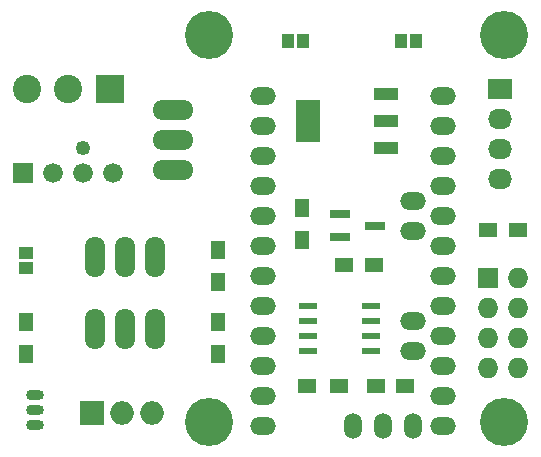
<source format=gts>
G04 #@! TF.FileFunction,Soldermask,Top*
%FSLAX46Y46*%
G04 Gerber Fmt 4.6, Leading zero omitted, Abs format (unit mm)*
G04 Created by KiCad (PCBNEW 4.0.2-stable) date Samedi 23 avril 2016 19:09:36*
%MOMM*%
G01*
G04 APERTURE LIST*
%ADD10C,0.100000*%
%ADD11O,2.199640X1.501140*%
%ADD12O,1.501140X2.199640*%
%ADD13C,4.064000*%
%ADD14O,1.699260X3.500120*%
%ADD15O,3.500120X1.699260*%
%ADD16O,1.501140X0.899160*%
%ADD17R,1.500000X1.250000*%
%ADD18R,1.300000X1.500000*%
%ADD19R,1.500000X1.300000*%
%ADD20R,1.270000X1.016000*%
%ADD21R,1.016000X1.270000*%
%ADD22R,1.800860X0.800100*%
%ADD23R,1.550000X0.600000*%
%ADD24O,1.727200X1.727200*%
%ADD25R,1.727200X1.727200*%
%ADD26R,2.032000X3.657600*%
%ADD27R,2.032000X1.016000*%
%ADD28R,2.032000X1.727200*%
%ADD29O,2.032000X1.727200*%
%ADD30R,1.676400X1.676400*%
%ADD31C,1.676400*%
%ADD32C,1.250000*%
%ADD33O,1.998980X1.998980*%
%ADD34R,1.998980X1.998980*%
%ADD35C,2.400000*%
%ADD36R,2.400000X2.400000*%
G04 APERTURE END LIST*
D10*
D11*
X156202000Y-61536000D03*
X156202000Y-64076000D03*
X143502000Y-42486000D03*
X143502000Y-45026000D03*
X143502000Y-47566000D03*
X143502000Y-50106000D03*
X143502000Y-52646000D03*
X143502000Y-55186000D03*
X143502000Y-57726000D03*
X143502000Y-60266000D03*
X143502000Y-62806000D03*
X143502000Y-65346000D03*
X143502000Y-67886000D03*
X143502000Y-70426000D03*
X158742000Y-70426000D03*
X158742000Y-67886000D03*
X158742000Y-65346000D03*
X158742000Y-62806000D03*
X158742000Y-60266000D03*
X158742000Y-57726000D03*
X158742000Y-55186000D03*
X158742000Y-52646000D03*
X158742000Y-50106000D03*
X158742000Y-47566000D03*
X158742000Y-45026000D03*
X158742000Y-42486000D03*
X156202000Y-53916000D03*
X156202000Y-51376000D03*
D12*
X156202000Y-70426000D03*
X153662000Y-70426000D03*
X151122000Y-70426000D03*
D13*
X163938000Y-37338000D03*
X138938000Y-37338000D03*
D14*
X131826000Y-56134000D03*
X134366000Y-56134000D03*
X129286000Y-56134000D03*
X131826000Y-62230000D03*
X134366000Y-62230000D03*
X129286000Y-62230000D03*
D15*
X135890000Y-46228000D03*
X135890000Y-43688000D03*
X135890000Y-48768000D03*
D16*
X124206000Y-69088000D03*
X124206000Y-67818000D03*
X124206000Y-70358000D03*
D17*
X165080000Y-53848000D03*
X162580000Y-53848000D03*
D18*
X139700000Y-58246000D03*
X139700000Y-55546000D03*
X139700000Y-61642000D03*
X139700000Y-64342000D03*
D19*
X149940000Y-67056000D03*
X147240000Y-67056000D03*
D13*
X138938000Y-70104000D03*
X163938000Y-70104000D03*
D20*
X123444000Y-55753000D03*
X123444000Y-57023000D03*
D21*
X146939000Y-37846000D03*
X145669000Y-37846000D03*
X155194000Y-37846000D03*
X156464000Y-37846000D03*
D17*
X153055000Y-67056000D03*
X155555000Y-67056000D03*
X150388000Y-56769000D03*
X152888000Y-56769000D03*
D18*
X123444000Y-64342000D03*
X123444000Y-61642000D03*
X146812000Y-54690000D03*
X146812000Y-51990000D03*
D22*
X150009860Y-52517000D03*
X150009860Y-54417000D03*
X153012140Y-53467000D03*
D23*
X147300000Y-60295000D03*
X147300000Y-61565000D03*
X147300000Y-62835000D03*
X147300000Y-64105000D03*
X152700000Y-64105000D03*
X152700000Y-62835000D03*
X152700000Y-61565000D03*
X152700000Y-60295000D03*
D24*
X162560000Y-65532000D03*
X165100000Y-65532000D03*
X162560000Y-62992000D03*
X165100000Y-62992000D03*
X162560000Y-60452000D03*
X165100000Y-60452000D03*
D25*
X162560000Y-57912000D03*
D24*
X165100000Y-57912000D03*
D26*
X147320000Y-44577000D03*
D27*
X153924000Y-44577000D03*
X153924000Y-42291000D03*
X153924000Y-46863000D03*
D28*
X163576000Y-41910000D03*
D29*
X163576000Y-44450000D03*
X163576000Y-46990000D03*
X163576000Y-49530000D03*
D30*
X123190000Y-49022000D03*
D31*
X125730000Y-49022000D03*
X128270000Y-49022000D03*
X130810000Y-49022000D03*
D32*
X128270000Y-46862000D03*
D33*
X134112000Y-69342000D03*
D34*
X129032000Y-69342000D03*
D33*
X131572000Y-69342000D03*
D35*
X127056000Y-41910000D03*
X123556000Y-41910000D03*
D36*
X130556000Y-41910000D03*
M02*

</source>
